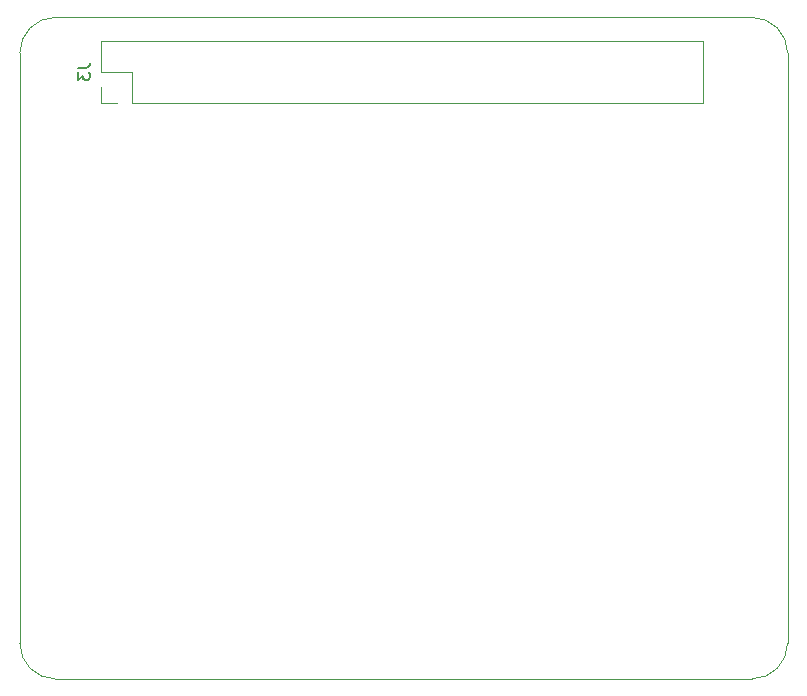
<source format=gbr>
G04 #@! TF.GenerationSoftware,KiCad,Pcbnew,9.0.4-9.0.4-0~ubuntu22.04.1*
G04 #@! TF.CreationDate,2025-09-06T14:27:56-05:00*
G04 #@! TF.ProjectId,Lab1_PCB,4c616231-5f50-4434-922e-6b696361645f,rev?*
G04 #@! TF.SameCoordinates,Original*
G04 #@! TF.FileFunction,Legend,Bot*
G04 #@! TF.FilePolarity,Positive*
%FSLAX46Y46*%
G04 Gerber Fmt 4.6, Leading zero omitted, Abs format (unit mm)*
G04 Created by KiCad (PCBNEW 9.0.4-9.0.4-0~ubuntu22.04.1) date 2025-09-06 14:27:56*
%MOMM*%
%LPD*%
G01*
G04 APERTURE LIST*
%ADD10C,0.150000*%
%ADD11C,0.120000*%
G04 #@! TA.AperFunction,Profile*
%ADD12C,0.100000*%
G04 #@! TD*
G04 APERTURE END LIST*
D10*
X62929474Y-62276321D02*
X63643759Y-62276321D01*
X63643759Y-62276321D02*
X63786616Y-62228702D01*
X63786616Y-62228702D02*
X63881855Y-62133464D01*
X63881855Y-62133464D02*
X63929474Y-61990607D01*
X63929474Y-61990607D02*
X63929474Y-61895369D01*
X62929474Y-62657274D02*
X62929474Y-63276321D01*
X62929474Y-63276321D02*
X63310426Y-62942988D01*
X63310426Y-62942988D02*
X63310426Y-63085845D01*
X63310426Y-63085845D02*
X63358045Y-63181083D01*
X63358045Y-63181083D02*
X63405664Y-63228702D01*
X63405664Y-63228702D02*
X63500902Y-63276321D01*
X63500902Y-63276321D02*
X63738997Y-63276321D01*
X63738997Y-63276321D02*
X63834235Y-63228702D01*
X63834235Y-63228702D02*
X63881855Y-63181083D01*
X63881855Y-63181083D02*
X63929474Y-63085845D01*
X63929474Y-63085845D02*
X63929474Y-62800131D01*
X63929474Y-62800131D02*
X63881855Y-62704893D01*
X63881855Y-62704893D02*
X63834235Y-62657274D01*
D11*
X115834655Y-60009655D02*
X115834655Y-65209655D01*
X67514655Y-65209655D02*
X115834655Y-65209655D01*
X67514655Y-62609655D02*
X67514655Y-65209655D01*
X64914655Y-65209655D02*
X66244655Y-65209655D01*
X64914655Y-63879655D02*
X64914655Y-65209655D01*
X64914655Y-62609655D02*
X67514655Y-62609655D01*
X64914655Y-60009655D02*
X115834655Y-60009655D01*
X64914655Y-60009655D02*
X64914655Y-62609655D01*
D12*
X122999995Y-111005236D02*
G75*
G02*
X120000000Y-113999945I-2999951J5247D01*
G01*
X61000000Y-114000000D02*
X120000000Y-114000000D01*
X120000000Y-58000000D02*
G75*
G02*
X123000033Y-61000000I44J-2999989D01*
G01*
X123000000Y-111000000D02*
X123000000Y-61000000D01*
X120000000Y-58000000D02*
X61000000Y-58000000D01*
X58000000Y-61000000D02*
X58000000Y-111000000D01*
X58000000Y-61000000D02*
G75*
G02*
X61000000Y-57999945I3000044J11D01*
G01*
X61000000Y-114000000D02*
G75*
G02*
X58000033Y-111000000I44J3000011D01*
G01*
M02*

</source>
